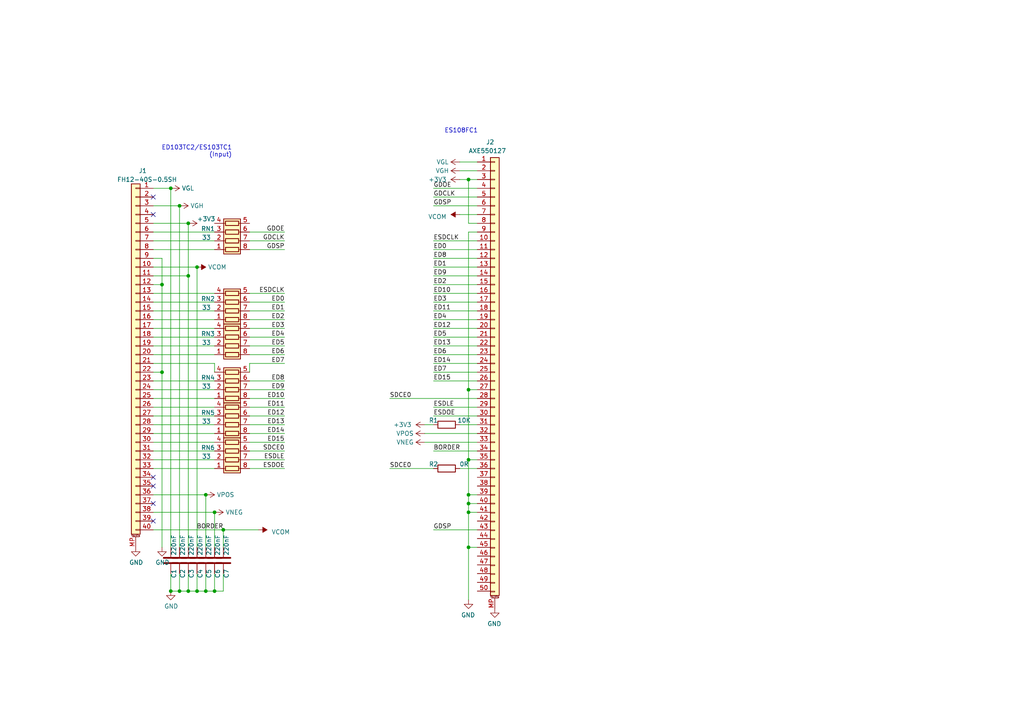
<source format=kicad_sch>
(kicad_sch (version 20231120) (generator "eeschema") (generator_version "8.0")
  (paper "A4")
  (lib_symbols
    (symbol "Connector_Generic_MountingPin:Conn_01x40_MountingPin" (pin_names (offset 1.016) hide)
      (property "Reference" "J" (at 0 50.8 0))
      (property "Value" "Conn_01x40_MountingPin" (at 1.27 -53.34 0))
      (symbol "Conn_01x40_MountingPin_1_1"
        (rectangle (start -1.27 -50.673) (end 0 -50.927) (stroke (width 0.1524)))
        (rectangle (start -1.27 -48.133) (end 0 -48.387) (stroke (width 0.1524)))
        (rectangle (start -1.27 -45.593) (end 0 -45.847) (stroke (width 0.1524)))
        (rectangle (start -1.27 -43.053) (end 0 -43.307) (stroke (width 0.1524)))
        (rectangle (start -1.27 -40.513) (end 0 -40.767) (stroke (width 0.1524)))
        (rectangle (start -1.27 -37.973) (end 0 -38.227) (stroke (width 0.1524)))
        (rectangle (start -1.27 -35.433) (end 0 -35.687) (stroke (width 0.1524)))
        (rectangle (start -1.27 -32.893) (end 0 -33.147) (stroke (width 0.1524)))
        (rectangle (start -1.27 -30.353) (end 0 -30.607) (stroke (width 0.1524)))
        (rectangle (start -1.27 -27.813) (end 0 -28.067) (stroke (width 0.1524)))
        (rectangle (start -1.27 -25.273) (end 0 -25.527) (stroke (width 0.1524)))
        (rectangle (start -1.27 -22.733) (end 0 -22.987) (stroke (width 0.1524)))
        (rectangle (start -1.27 -20.193) (end 0 -20.447) (stroke (width 0.1524)))
        (rectangle (start -1.27 -17.653) (end 0 -17.907) (stroke (width 0.1524)))
        (rectangle (start -1.27 -15.113) (end 0 -15.367) (stroke (width 0.1524)))
        (rectangle (start -1.27 -12.573) (end 0 -12.827) (stroke (width 0.1524)))
        (rectangle (start -1.27 -10.033) (end 0 -10.287) (stroke (width 0.1524)))
        (rectangle (start -1.27 -7.493) (end 0 -7.747) (stroke (width 0.1524)))
        (rectangle (start -1.27 -4.953) (end 0 -5.207) (stroke (width 0.1524)))
        (rectangle (start -1.27 -2.413) (end 0 -2.667) (stroke (width 0.1524)))
        (rectangle (start -1.27 0.127) (end 0 -0.127) (stroke (width 0.1524)))
        (rectangle (start -1.27 2.667) (end 0 2.413) (stroke (width 0.1524)))
        (rectangle (start -1.27 5.207) (end 0 4.953) (stroke (width 0.1524)))
        (rectangle (start -1.27 7.747) (end 0 7.493) (stroke (width 0.1524)))
        (rectangle (start -1.27 10.287) (end 0 10.033) (stroke (width 0.1524)))
        (rectangle (start -1.27 12.827) (end 0 12.573) (stroke (width 0.1524)))
        (rectangle (start -1.27 15.367) (end 0 15.113) (stroke (width 0.1524)))
        (rectangle (start -1.27 17.907) (end 0 17.653) (stroke (width 0.1524)))
        (rectangle (start -1.27 20.447) (end 0 20.193) (stroke (width 0.1524)))
        (rectangle (start -1.27 22.987) (end 0 22.733) (stroke (width 0.1524)))
        (rectangle (start -1.27 25.527) (end 0 25.273) (stroke (width 0.1524)))
        (rectangle (start -1.27 28.067) (end 0 27.813) (stroke (width 0.1524)))
        (rectangle (start -1.27 30.607) (end 0 30.353) (stroke (width 0.1524)))
        (rectangle (start -1.27 33.147) (end 0 32.893) (stroke (width 0.1524)))
        (rectangle (start -1.27 35.687) (end 0 35.433) (stroke (width 0.1524)))
        (rectangle (start -1.27 38.227) (end 0 37.973) (stroke (width 0.1524)))
        (rectangle (start -1.27 40.767) (end 0 40.513) (stroke (width 0.1524)))
        (rectangle (start -1.27 43.307) (end 0 43.053) (stroke (width 0.1524)))
        (rectangle (start -1.27 45.847) (end 0 45.593) (stroke (width 0.1524)))
        (rectangle (start -1.27 48.387) (end 0 48.133) (stroke (width 0.1524)))
        (rectangle (start -1.27 49.53) (end 1.27 -52.07) (stroke (width 0.254)) (fill (type background)))
        (polyline (pts (xy -1.016 -52.832) (xy 1.016 -52.832)) (stroke (width 0.1524)))
        (text "Mounting" (at 0 -52.451 0) (effects (font (size 0.381 0.381))))
        (pin passive line (at -5.08 48.26 0) (length 3.81) (name "Pin_1") (number "1"))
        (pin passive line (at -5.08 25.4 0) (length 3.81) (name "Pin_10") (number "10"))
        (pin passive line (at -5.08 22.86 0) (length 3.81) (name "Pin_11") (number "11"))
        (pin passive line (at -5.08 20.32 0) (length 3.81) (name "Pin_12") (number "12"))
        (pin passive line (at -5.08 17.78 0) (length 3.81) (name "Pin_13") (number "13"))
        (pin passive line (at -5.08 15.24 0) (length 3.81) (name "Pin_14") (number "14"))
        (pin passive line (at -5.08 12.7 0) (length 3.81) (name "Pin_15") (number "15"))
        (pin passive line (at -5.08 10.16 0) (length 3.81) (name "Pin_16") (number "16"))
        (pin passive line (at -5.08 7.62 0) (length 3.81) (name "Pin_17") (number "17"))
        (pin passive line (at -5.08 5.08 0) (length 3.81) (name "Pin_18") (number "18"))
        (pin passive line (at -5.08 2.54 0) (length 3.81) (name "Pin_19") (number "19"))
        (pin passive line (at -5.08 45.72 0) (length 3.81) (name "Pin_2") (number "2"))
        (pin passive line (at -5.08 0 0) (length 3.81) (name "Pin_20") (number "20"))
        (pin passive line (at -5.08 -2.54 0) (length 3.81) (name "Pin_21") (number "21"))
        (pin passive line (at -5.08 -5.08 0) (length 3.81) (name "Pin_22") (number "22"))
        (pin passive line (at -5.08 -7.62 0) (length 3.81) (name "Pin_23") (number "23"))
        (pin passive line (at -5.08 -10.16 0) (length 3.81) (name "Pin_24") (number "24"))
        (pin passive line (at -5.08 -12.7 0) (length 3.81) (name "Pin_25") (number "25"))
        (pin passive line (at -5.08 -15.24 0) (length 3.81) (name "Pin_26") (number "26"))
        (pin passive line (at -5.08 -17.78 0) (length 3.81) (name "Pin_27") (number "27"))
        (pin passive line (at -5.08 -20.32 0) (length 3.81) (name "Pin_28") (number "28"))
        (pin passive line (at -5.08 -22.86 0) (length 3.81) (name "Pin_29") (number "29"))
        (pin passive line (at -5.08 43.18 0) (length 3.81) (name "Pin_3") (number "3"))
        (pin passive line (at -5.08 -25.4 0) (length 3.81) (name "Pin_30") (number "30"))
        (pin passive line (at -5.08 -27.94 0) (length 3.81) (name "Pin_31") (number "31"))
        (pin passive line (at -5.08 -30.48 0) (length 3.81) (name "Pin_32") (number "32"))
        (pin passive line (at -5.08 -33.02 0) (length 3.81) (name "Pin_33") (number "33"))
        (pin passive line (at -5.08 -35.56 0) (length 3.81) (name "Pin_34") (number "34"))
        (pin passive line (at -5.08 -38.1 0) (length 3.81) (name "Pin_35") (number "35"))
        (pin passive line (at -5.08 -40.64 0) (length 3.81) (name "Pin_36") (number "36"))
        (pin passive line (at -5.08 -43.18 0) (length 3.81) (name "Pin_37") (number "37"))
        (pin passive line (at -5.08 -45.72 0) (length 3.81) (name "Pin_38") (number "38"))
        (pin passive line (at -5.08 -48.26 0) (length 3.81) (name "Pin_39") (number "39"))
        (pin passive line (at -5.08 40.64 0) (length 3.81) (name "Pin_4") (number "4"))
        (pin passive line (at -5.08 -50.8 0) (length 3.81) (name "Pin_40") (number "40"))
        (pin passive line (at -5.08 38.1 0) (length 3.81) (name "Pin_5") (number "5"))
        (pin passive line (at -5.08 35.56 0) (length 3.81) (name "Pin_6") (number "6"))
        (pin passive line (at -5.08 33.02 0) (length 3.81) (name "Pin_7") (number "7"))
        (pin passive line (at -5.08 30.48 0) (length 3.81) (name "Pin_8") (number "8"))
        (pin passive line (at -5.08 27.94 0) (length 3.81) (name "Pin_9") (number "9"))
        (pin passive line (at 0 -55.88 90) (length 3.048) (name "MountPin") (number "MP"))
      )
    )
    (symbol "Device:C" (pin_numbers hide) (pin_names (offset 0.254))
      (property "Reference" "C" (at 0.635 2.54 0))
      (property "Value" "C" (at 0.635 -2.54 0))
      (symbol "C_0_1"
        (polyline (pts (xy -2.032 -0.762) (xy 2.032 -0.762)) (stroke (width 0.508)))
        (polyline (pts (xy -2.032 0.762) (xy 2.032 0.762)) (stroke (width 0.508)))
      )
      (symbol "C_1_1"
        (pin passive line (at 0 3.81 270) (length 2.794) (name "~") (number "1"))
        (pin passive line (at 0 -3.81 90) (length 2.794) (name "~") (number "2"))
      )
    )
    (symbol "Device:R" (pin_numbers hide) (pin_names (offset 0))
      (property "Reference" "R" (at 2.032 0 90))
      (property "Value" "R" (at 0 0 90))
      (symbol "R_0_1"
        (rectangle (start -1.016 -2.54) (end 1.016 2.54) (stroke (width 0.254)))
      )
      (symbol "R_1_1"
        (pin passive line (at 0 3.81 270) (length 1.27) (name "~") (number "1"))
        (pin passive line (at 0 -3.81 90) (length 1.27) (name "~") (number "2"))
      )
    )
    (symbol "Device:R_Pack04" (pin_names (offset 0) hide)
      (property "Reference" "RN" (at -7.62 0 90))
      (property "Value" "R_Pack04" (at 5.08 0 90))
      (symbol "R_Pack04_0_1"
        (rectangle (start -6.35 -2.413) (end 3.81 2.413) (stroke (width 0.254)) (fill (type background)))
        (rectangle (start -5.715 1.905) (end -4.445 -1.905) (stroke (width 0.254)))
        (rectangle (start -3.175 1.905) (end -1.905 -1.905) (stroke (width 0.254)))
        (rectangle (start -0.635 1.905) (end 0.635 -1.905) (stroke (width 0.254)))
        (polyline (pts (xy -5.08 -2.54) (xy -5.08 -1.905)))
        (polyline (pts (xy -5.08 1.905) (xy -5.08 2.54)))
        (polyline (pts (xy -2.54 -2.54) (xy -2.54 -1.905)))
        (polyline (pts (xy -2.54 1.905) (xy -2.54 2.54)))
        (polyline (pts (xy 0 -2.54) (xy 0 -1.905)))
        (polyline (pts (xy 0 1.905) (xy 0 2.54)))
        (polyline (pts (xy 2.54 -2.54) (xy 2.54 -1.905)))
        (polyline (pts (xy 2.54 1.905) (xy 2.54 2.54)))
        (rectangle (start 1.905 1.905) (end 3.175 -1.905) (stroke (width 0.254)))
      )
      (symbol "R_Pack04_1_1"
        (pin passive line (at -5.08 -5.08 90) (length 2.54) (name "R1.1") (number "1"))
        (pin passive line (at -2.54 -5.08 90) (length 2.54) (name "R2.1") (number "2"))
        (pin passive line (at 0 -5.08 90) (length 2.54) (name "R3.1") (number "3"))
        (pin passive line (at 2.54 -5.08 90) (length 2.54) (name "R4.1") (number "4"))
        (pin passive line (at 2.54 5.08 270) (length 2.54) (name "R4.2") (number "5"))
        (pin passive line (at 0 5.08 270) (length 2.54) (name "R3.2") (number "6"))
        (pin passive line (at -2.54 5.08 270) (length 2.54) (name "R2.2") (number "7"))
        (pin passive line (at -5.08 5.08 270) (length 2.54) (name "R1.2") (number "8"))
      )
    )
    (symbol "power:+3V3" (power) (pin_names (offset 0))
      (property "Value" "+3V3" (at 0 3.556 0))
      (symbol "+3V3_0_1"
        (polyline (pts (xy -0.762 1.27) (xy 0 2.54)))
        (polyline (pts (xy 0 0) (xy 0 2.54)))
        (polyline (pts (xy 0 2.54) (xy 0.762 1.27)))
      )
      (symbol "+3V3_1_1"
        (pin power_in line (at 0 0 90) (length 0) hide (name "+3V3") (number "1"))
      )
    )
    (symbol "power:GND" (power) (pin_names (offset 0))
      (property "Value" "GND" (at 0 -3.81 0))
      (symbol "GND_0_1"
        (polyline (pts (xy 0 0) (xy 0 -1.27) (xy 1.27 -1.27) (xy 0 -2.54) (xy -1.27 -1.27) (xy 0 -1.27)))
      )
      (symbol "GND_1_1"
        (pin power_in line (at 0 0 270) (length 0) hide (name "GND") (number "1"))
      )
    )
    (symbol "power:VCOM" (power) (pin_names (offset 0))
      (property "Value" "VCOM" (at 0 3.81 0))
      (symbol "VCOM_0_1"
        (polyline (pts (xy 0 0) (xy 0 2.54)))
        (polyline (pts (xy 0.762 1.27) (xy -0.762 1.27) (xy 0 2.54) (xy 0.762 1.27)) (fill (type outline)))
      )
      (symbol "VCOM_1_1"
        (pin power_in line (at 0 0 90) (length 0) hide (name "VCOM") (number "1"))
      )
    )
    (symbol "symbols:Conn_01x50_MountingPin" (pin_names (offset 1.016) hide)
      (property "Reference" "J" (at 0 63.5 0))
      (property "Value" "Conn_01x50_MountingPin" (at 1.27 -66.04 0))
      (symbol "Conn_01x50_MountingPin_1_1"
        (rectangle (start -1.27 -63.5) (end 0 -63.754) (stroke (width 0.1524)))
        (rectangle (start -1.27 -60.96) (end 0 -61.214) (stroke (width 0.1524)))
        (rectangle (start -1.27 -58.42) (end 0 -58.674) (stroke (width 0.1524)))
        (rectangle (start -1.27 -55.88) (end 0 -56.134) (stroke (width 0.1524)))
        (rectangle (start -1.27 -53.34) (end 0 -53.594) (stroke (width 0.1524)))
        (rectangle (start -1.27 -50.8) (end 0 -51.054) (stroke (width 0.1524)))
        (rectangle (start -1.27 -48.26) (end 0 -48.514) (stroke (width 0.1524)))
        (rectangle (start -1.27 -45.72) (end 0 -45.974) (stroke (width 0.1524)))
        (rectangle (start -1.27 -43.18) (end 0 -43.434) (stroke (width 0.1524)))
        (rectangle (start -1.27 -40.64) (end 0 -40.894) (stroke (width 0.1524)))
        (rectangle (start -1.27 -37.973) (end 0 -38.227) (stroke (width 0.1524)))
        (rectangle (start -1.27 -35.433) (end 0 -35.687) (stroke (width 0.1524)))
        (rectangle (start -1.27 -32.893) (end 0 -33.147) (stroke (width 0.1524)))
        (rectangle (start -1.27 -30.353) (end 0 -30.607) (stroke (width 0.1524)))
        (rectangle (start -1.27 -27.813) (end 0 -28.067) (stroke (width 0.1524)))
        (rectangle (start -1.27 -25.273) (end 0 -25.527) (stroke (width 0.1524)))
        (rectangle (start -1.27 -22.733) (end 0 -22.987) (stroke (width 0.1524)))
        (rectangle (start -1.27 -20.193) (end 0 -20.447) (stroke (width 0.1524)))
        (rectangle (start -1.27 -17.653) (end 0 -17.907) (stroke (width 0.1524)))
        (rectangle (start -1.27 -15.113) (end 0 -15.367) (stroke (width 0.1524)))
        (rectangle (start -1.27 -12.573) (end 0 -12.827) (stroke (width 0.1524)))
        (rectangle (start -1.27 -10.033) (end 0 -10.287) (stroke (width 0.1524)))
        (rectangle (start -1.27 -7.493) (end 0 -7.747) (stroke (width 0.1524)))
        (rectangle (start -1.27 -4.953) (end 0 -5.207) (stroke (width 0.1524)))
        (rectangle (start -1.27 -2.413) (end 0 -2.667) (stroke (width 0.1524)))
        (rectangle (start -1.27 0.127) (end 0 -0.127) (stroke (width 0.1524)))
        (rectangle (start -1.27 2.667) (end 0 2.413) (stroke (width 0.1524)))
        (rectangle (start -1.27 5.207) (end 0 4.953) (stroke (width 0.1524)))
        (rectangle (start -1.27 7.747) (end 0 7.493) (stroke (width 0.1524)))
        (rectangle (start -1.27 10.287) (end 0 10.033) (stroke (width 0.1524)))
        (rectangle (start -1.27 12.827) (end 0 12.573) (stroke (width 0.1524)))
        (rectangle (start -1.27 15.367) (end 0 15.113) (stroke (width 0.1524)))
        (rectangle (start -1.27 17.907) (end 0 17.653) (stroke (width 0.1524)))
        (rectangle (start -1.27 20.447) (end 0 20.193) (stroke (width 0.1524)))
        (rectangle (start -1.27 22.987) (end 0 22.733) (stroke (width 0.1524)))
        (rectangle (start -1.27 25.527) (end 0 25.273) (stroke (width 0.1524)))
        (rectangle (start -1.27 28.067) (end 0 27.813) (stroke (width 0.1524)))
        (rectangle (start -1.27 30.607) (end 0 30.353) (stroke (width 0.1524)))
        (rectangle (start -1.27 33.147) (end 0 32.893) (stroke (width 0.1524)))
        (rectangle (start -1.27 35.687) (end 0 35.433) (stroke (width 0.1524)))
        (rectangle (start -1.27 38.227) (end 0 37.973) (stroke (width 0.1524)))
        (rectangle (start -1.27 40.767) (end 0 40.513) (stroke (width 0.1524)))
        (rectangle (start -1.27 43.307) (end 0 43.053) (stroke (width 0.1524)))
        (rectangle (start -1.27 45.847) (end 0 45.593) (stroke (width 0.1524)))
        (rectangle (start -1.27 48.387) (end 0 48.133) (stroke (width 0.1524)))
        (rectangle (start -1.27 50.927) (end 0 50.673) (stroke (width 0.1524)))
        (rectangle (start -1.27 53.467) (end 0 53.213) (stroke (width 0.1524)))
        (rectangle (start -1.27 56.007) (end 0 55.753) (stroke (width 0.1524)))
        (rectangle (start -1.27 58.547) (end 0 58.293) (stroke (width 0.1524)))
        (rectangle (start -1.27 61.087) (end 0 60.833) (stroke (width 0.1524)))
        (rectangle (start -1.27 62.23) (end 1.27 -64.77) (stroke (width 0.254)) (fill (type background)))
        (polyline (pts (xy -1.016 -65.532) (xy 1.016 -65.532)) (stroke (width 0.1524)))
        (text "Mounting" (at 0 -65.151 0) (effects (font (size 0.381 0.381))))
        (pin passive line (at -5.08 60.96 0) (length 3.81) (name "Pin_1") (number "1"))
        (pin passive line (at -5.08 38.1 0) (length 3.81) (name "Pin_10") (number "10"))
        (pin passive line (at -5.08 35.56 0) (length 3.81) (name "Pin_11") (number "11"))
        (pin passive line (at -5.08 33.02 0) (length 3.81) (name "Pin_12") (number "12"))
        (pin passive line (at -5.08 30.48 0) (length 3.81) (name "Pin_13") (number "13"))
        (pin passive line (at -5.08 27.94 0) (length 3.81) (name "Pin_14") (number "14"))
        (pin passive line (at -5.08 25.4 0) (length 3.81) (name "Pin_15") (number "15"))
        (pin passive line (at -5.08 22.86 0) (length 3.81) (name "Pin_16") (number "16"))
        (pin passive line (at -5.08 20.32 0) (length 3.81) (name "Pin_17") (number "17"))
        (pin passive line (at -5.08 17.78 0) (length 3.81) (name "Pin_18") (number "18"))
        (pin passive line (at -5.08 15.24 0) (length 3.81) (name "Pin_19") (number "19"))
        (pin passive line (at -5.08 58.42 0) (length 3.81) (name "Pin_2") (number "2"))
        (pin passive line (at -5.08 12.7 0) (length 3.81) (name "Pin_20") (number "20"))
        (pin passive line (at -5.08 10.16 0) (length 3.81) (name "Pin_21") (number "21"))
        (pin passive line (at -5.08 7.62 0) (length 3.81) (name "Pin_22") (number "22"))
        (pin passive line (at -5.08 5.08 0) (length 3.81) (name "Pin_23") (number "23"))
        (pin passive line (at -5.08 2.54 0) (length 3.81) (name "Pin_24") (number "24"))
        (pin passive line (at -5.08 0 0) (length 3.81) (name "Pin_25") (number "25"))
        (pin passive line (at -5.08 -2.54 0) (length 3.81) (name "Pin_26") (number "26"))
        (pin passive line (at -5.08 -5.08 0) (length 3.81) (name "Pin_27") (number "27"))
        (pin passive line (at -5.08 -7.62 0) (length 3.81) (name "Pin_28") (number "28"))
        (pin passive line (at -5.08 -10.16 0) (length 3.81) (name "Pin_29") (number "29"))
        (pin passive line (at -5.08 55.88 0) (length 3.81) (name "Pin_3") (number "3"))
        (pin passive line (at -5.08 -12.7 0) (length 3.81) (name "Pin_30") (number "30"))
        (pin passive line (at -5.08 -15.24 0) (length 3.81) (name "Pin_31") (number "31"))
        (pin passive line (at -5.08 -17.78 0) (length 3.81) (name "Pin_32") (number "32"))
        (pin passive line (at -5.08 -20.32 0) (length 3.81) (name "Pin_33") (number "33"))
        (pin passive line (at -5.08 -22.86 0) (length 3.81) (name "Pin_34") (number "34"))
        (pin passive line (at -5.08 -25.4 0) (length 3.81) (name "Pin_35") (number "35"))
        (pin passive line (at -5.08 -27.94 0) (length 3.81) (name "Pin_36") (number "36"))
        (pin passive line (at -5.08 -30.48 0) (length 3.81) (name "Pin_37") (number "37"))
        (pin passive line (at -5.08 -33.02 0) (length 3.81) (name "Pin_38") (number "38"))
        (pin passive line (at -5.08 -35.56 0) (length 3.81) (name "Pin_39") (number "39"))
        (pin passive line (at -5.08 53.34 0) (length 3.81) (name "Pin_4") (number "4"))
        (pin passive line (at -5.08 -38.1 0) (length 3.81) (name "Pin_40") (number "40"))
        (pin passive line (at -5.08 -40.64 0) (length 3.81) (name "Pin_41") (number "41"))
        (pin passive line (at -5.08 -43.18 0) (length 3.81) (name "Pin_42") (number "42"))
        (pin passive line (at -5.08 -45.72 0) (length 3.81) (name "Pin_43") (number "43"))
        (pin passive line (at -5.08 -48.26 0) (length 3.81) (name "Pin_44") (number "44"))
        (pin passive line (at -5.08 -50.8 0) (length 3.81) (name "Pin_45") (number "45"))
        (pin passive line (at -5.08 -53.34 0) (length 3.81) (name "Pin_46") (number "46"))
        (pin passive line (at -5.08 -55.88 0) (length 3.81) (name "Pin_47") (number "47"))
        (pin passive line (at -5.08 -58.42 0) (length 3.81) (name "Pin_48") (number "48"))
        (pin passive line (at -5.08 -60.96 0) (length 3.81) (name "Pin_49") (number "49"))
        (pin passive line (at -5.08 50.8 0) (length 3.81) (name "Pin_5") (number "5"))
        (pin passive line (at -5.08 -63.5 0) (length 3.81) (name "Pin_50") (number "50"))
        (pin passive line (at -5.08 48.26 0) (length 3.81) (name "Pin_6") (number "6"))
        (pin passive line (at -5.08 45.72 0) (length 3.81) (name "Pin_7") (number "7"))
        (pin passive line (at -5.08 43.18 0) (length 3.81) (name "Pin_8") (number "8"))
        (pin passive line (at -5.08 40.64 0) (length 3.81) (name "Pin_9") (number "9"))
        (pin passive line (at 0 -68.58 90) (length 3.048) (name "MountPin") (number "MP"))
      )
    )
    (symbol "symbols:VGH" (power) (pin_names (offset 0))
      (property "Value" "VGH" (at 0 3.556 0))
      (symbol "VGH_0_1"
        (polyline (pts (xy -0.762 1.27) (xy 0 2.54)))
        (polyline (pts (xy 0 0) (xy 0 2.54)))
        (polyline (pts (xy 0 2.54) (xy 0.762 1.27)))
      )
      (symbol "VGH_1_1"
        (pin power_in line (at 0 0 90) (length 0) hide (name "VGH") (number "1"))
      )
    )
    (symbol "symbols:VGL" (power) (pin_names (offset 0))
      (property "Value" "VGL" (at 0 3.556 0))
      (symbol "VGL_0_1"
        (polyline (pts (xy -0.762 1.27) (xy 0 2.54)))
        (polyline (pts (xy 0 0) (xy 0 2.54)))
        (polyline (pts (xy 0 2.54) (xy 0.762 1.27)))
      )
      (symbol "VGL_1_1"
        (pin power_in line (at 0 0 90) (length 0) hide (name "VGL") (number "1"))
      )
    )
    (symbol "symbols:VNEG" (power) (pin_names (offset 0))
      (property "Value" "VNEG" (at 0 3.556 0))
      (symbol "VNEG_0_1"
        (polyline (pts (xy -0.762 1.27) (xy 0 2.54)))
        (polyline (pts (xy 0 0) (xy 0 2.54)))
        (polyline (pts (xy 0 2.54) (xy 0.762 1.27)))
      )
      (symbol "VNEG_1_1"
        (pin power_in line (at 0 0 90) (length 0) hide (name "VNEG") (number "1"))
      )
    )
    (symbol "symbols:VPOS" (power) (pin_names (offset 0))
      (property "Value" "VPOS" (at 0 3.556 0))
      (symbol "VPOS_0_1"
        (polyline (pts (xy -0.762 1.27) (xy 0 2.54)))
        (polyline (pts (xy 0 0) (xy 0 2.54)))
        (polyline (pts (xy 0 2.54) (xy 0.762 1.27)))
      )
      (symbol "VPOS_1_1"
        (pin power_in line (at 0 0 90) (length 0) hide (name "VPOS") (number "1"))
      )
    )
  )
  (junction (at 57.15 77.47))
  (junction (at 54.61 80.01) (diameter 0.9144))
  (junction (at 62.23 148.59) (diameter 0.9144))
  (junction (at 135.89 143.51))
  (junction (at 135.89 113.03))
  (junction (at 135.89 52.07))
  (junction (at 52.07 59.69) (diameter 0.9144))
  (junction (at 135.89 148.59))
  (junction (at 46.99 82.55) (diameter 0.9144))
  (junction (at 135.89 133.35))
  (junction (at 62.23 171.45) (diameter 0.9144))
  (junction (at 49.53 171.45) (diameter 0.9144))
  (junction (at 49.53 54.61) (diameter 0.9144))
  (junction (at 52.07 171.45) (diameter 0.9144))
  (junction (at 46.99 107.95) (diameter 0.9144))
  (junction (at 135.89 146.05))
  (junction (at 59.69 143.51) (diameter 0.9144))
  (junction (at 59.69 171.45) (diameter 0.9144))
  (junction (at 135.89 158.75))
  (junction (at 64.77 153.67) (diameter 0.9144))
  (junction (at 54.61 171.45) (diameter 0.9144))
  (junction (at 54.61 64.77))
  (junction (at 57.15 171.45) (diameter 0.9144))
  (no_connect (at 44.45 138.43))
  (no_connect (at 44.45 146.05))
  (no_connect (at 44.45 57.15))
  (no_connect (at 44.45 140.97))
  (no_connect (at 44.45 151.13))
  (no_connect (at 44.45 62.23))
  (wire (pts (xy 138.43 148.59) (xy 135.89 148.59)))
  (wire (pts (xy 72.39 102.87) (xy 82.55 102.87)))
  (wire (pts (xy 62.23 148.59) (xy 44.45 148.59)))
  (wire (pts (xy 62.23 123.19) (xy 44.45 123.19)))
  (wire (pts (xy 72.39 135.89) (xy 82.55 135.89)))
  (wire (pts (xy 72.39 123.19) (xy 82.55 123.19)))
  (wire (pts (xy 133.35 52.07) (xy 135.89 52.07)))
  (wire (pts (xy 125.73 74.93) (xy 138.43 74.93)))
  (wire (pts (xy 54.61 171.45) (xy 52.07 171.45)))
  (wire (pts (xy 54.61 64.77) (xy 54.61 80.01)))
  (wire (pts (xy 72.39 128.27) (xy 82.55 128.27)))
  (wire (pts (xy 72.39 87.63) (xy 82.55 87.63)))
  (wire (pts (xy 62.23 120.65) (xy 44.45 120.65)))
  (wire (pts (xy 72.39 118.11) (xy 82.55 118.11)))
  (wire (pts (xy 64.77 153.67) (xy 44.45 153.67)))
  (wire (pts (xy 135.89 67.31) (xy 135.89 113.03)))
  (wire (pts (xy 62.23 125.73) (xy 44.45 125.73)))
  (wire (pts (xy 135.89 146.05) (xy 138.43 146.05)))
  (wire (pts (xy 135.89 52.07) (xy 138.43 52.07)))
  (wire (pts (xy 125.73 107.95) (xy 138.43 107.95)))
  (wire (pts (xy 72.39 120.65) (xy 82.55 120.65)))
  (wire (pts (xy 72.39 115.57) (xy 82.55 115.57)))
  (wire (pts (xy 135.89 133.35) (xy 135.89 143.51)))
  (wire (pts (xy 125.73 54.61) (xy 138.43 54.61)))
  (wire (pts (xy 57.15 171.45) (xy 54.61 171.45)))
  (wire (pts (xy 62.23 110.49) (xy 44.45 110.49)))
  (wire (pts (xy 138.43 64.77) (xy 135.89 64.77)))
  (wire (pts (xy 135.89 143.51) (xy 138.43 143.51)))
  (wire (pts (xy 135.89 64.77) (xy 135.89 52.07)))
  (wire (pts (xy 135.89 113.03) (xy 135.89 133.35)))
  (wire (pts (xy 49.53 54.61) (xy 49.53 158.75)))
  (wire (pts (xy 125.73 90.17) (xy 138.43 90.17)))
  (wire (pts (xy 133.35 46.99) (xy 138.43 46.99)))
  (wire (pts (xy 62.23 100.33) (xy 44.45 100.33)))
  (wire (pts (xy 135.89 133.35) (xy 138.43 133.35)))
  (wire (pts (xy 62.23 102.87) (xy 44.45 102.87)))
  (wire (pts (xy 125.73 100.33) (xy 138.43 100.33)))
  (wire (pts (xy 49.53 166.37) (xy 49.53 171.45)))
  (wire (pts (xy 72.39 105.41) (xy 82.55 105.41)))
  (wire (pts (xy 62.23 105.41) (xy 62.23 107.95)))
  (wire (pts (xy 133.35 123.19) (xy 138.43 123.19)))
  (wire (pts (xy 62.23 166.37) (xy 62.23 171.45)))
  (wire (pts (xy 49.53 54.61) (xy 44.45 54.61)))
  (wire (pts (xy 125.73 118.11) (xy 138.43 118.11)))
  (wire (pts (xy 62.23 115.57) (xy 44.45 115.57)))
  (wire (pts (xy 62.23 130.81) (xy 44.45 130.81)))
  (wire (pts (xy 72.39 105.41) (xy 72.39 107.95)))
  (wire (pts (xy 62.23 95.25) (xy 44.45 95.25)))
  (wire (pts (xy 46.99 82.55) (xy 44.45 82.55)))
  (wire (pts (xy 57.15 77.47) (xy 57.15 158.75)))
  (wire (pts (xy 133.35 62.23) (xy 138.43 62.23)))
  (wire (pts (xy 125.73 85.09) (xy 138.43 85.09)))
  (wire (pts (xy 62.23 69.85) (xy 44.45 69.85)))
  (wire (pts (xy 59.69 143.51) (xy 44.45 143.51)))
  (wire (pts (xy 125.73 72.39) (xy 138.43 72.39)))
  (wire (pts (xy 135.89 148.59) (xy 135.89 158.75)))
  (wire (pts (xy 113.03 115.57) (xy 138.43 115.57)))
  (wire (pts (xy 52.07 59.69) (xy 52.07 158.75)))
  (wire (pts (xy 133.35 49.53) (xy 138.43 49.53)))
  (wire (pts (xy 46.99 74.93) (xy 46.99 82.55)))
  (wire (pts (xy 135.89 146.05) (xy 135.89 148.59)))
  (wire (pts (xy 44.45 74.93) (xy 46.99 74.93)))
  (wire (pts (xy 59.69 171.45) (xy 57.15 171.45)))
  (wire (pts (xy 62.23 87.63) (xy 44.45 87.63)))
  (wire (pts (xy 113.03 135.89) (xy 125.73 135.89)))
  (wire (pts (xy 123.19 128.27) (xy 138.43 128.27)))
  (wire (pts (xy 62.23 128.27) (xy 44.45 128.27)))
  (wire (pts (xy 72.39 133.35) (xy 82.55 133.35)))
  (wire (pts (xy 135.89 113.03) (xy 138.43 113.03)))
  (wire (pts (xy 138.43 67.31) (xy 135.89 67.31)))
  (wire (pts (xy 62.23 148.59) (xy 62.23 158.75)))
  (wire (pts (xy 64.77 166.37) (xy 64.77 171.45)))
  (wire (pts (xy 125.73 95.25) (xy 138.43 95.25)))
  (wire (pts (xy 72.39 72.39) (xy 82.55 72.39)))
  (wire (pts (xy 72.39 69.85) (xy 82.55 69.85)))
  (wire (pts (xy 62.23 85.09) (xy 44.45 85.09)))
  (wire (pts (xy 62.23 113.03) (xy 44.45 113.03)))
  (wire (pts (xy 59.69 166.37) (xy 59.69 171.45)))
  (wire (pts (xy 125.73 92.71) (xy 138.43 92.71)))
  (wire (pts (xy 52.07 171.45) (xy 49.53 171.45)))
  (wire (pts (xy 64.77 153.67) (xy 64.77 158.75)))
  (wire (pts (xy 62.23 105.41) (xy 44.45 105.41)))
  (wire (pts (xy 57.15 77.47) (xy 44.45 77.47)))
  (wire (pts (xy 123.19 123.19) (xy 125.73 123.19)))
  (wire (pts (xy 62.23 72.39) (xy 44.45 72.39)))
  (wire (pts (xy 62.23 90.17) (xy 44.45 90.17)))
  (wire (pts (xy 72.39 90.17) (xy 82.55 90.17)))
  (wire (pts (xy 64.77 171.45) (xy 62.23 171.45)))
  (wire (pts (xy 123.19 125.73) (xy 138.43 125.73)))
  (wire (pts (xy 52.07 166.37) (xy 52.07 171.45)))
  (wire (pts (xy 54.61 80.01) (xy 44.45 80.01)))
  (wire (pts (xy 62.23 97.79) (xy 44.45 97.79)))
  (wire (pts (xy 125.73 97.79) (xy 138.43 97.79)))
  (wire (pts (xy 52.07 59.69) (xy 44.45 59.69)))
  (wire (pts (xy 72.39 95.25) (xy 82.55 95.25)))
  (wire (pts (xy 125.73 80.01) (xy 138.43 80.01)))
  (wire (pts (xy 133.35 135.89) (xy 138.43 135.89)))
  (wire (pts (xy 125.73 105.41) (xy 138.43 105.41)))
  (wire (pts (xy 135.89 143.51) (xy 135.89 146.05)))
  (wire (pts (xy 125.73 120.65) (xy 138.43 120.65)))
  (wire (pts (xy 72.39 67.31) (xy 82.55 67.31)))
  (wire (pts (xy 72.39 85.09) (xy 82.55 85.09)))
  (wire (pts (xy 62.23 67.31) (xy 44.45 67.31)))
  (wire (pts (xy 125.73 69.85) (xy 138.43 69.85)))
  (wire (pts (xy 125.73 87.63) (xy 138.43 87.63)))
  (wire (pts (xy 62.23 92.71) (xy 44.45 92.71)))
  (wire (pts (xy 125.73 153.67) (xy 138.43 153.67)))
  (wire (pts (xy 54.61 80.01) (xy 54.61 158.75)))
  (wire (pts (xy 72.39 113.03) (xy 82.55 113.03)))
  (wire (pts (xy 54.61 166.37) (xy 54.61 171.45)))
  (wire (pts (xy 54.61 64.77) (xy 44.45 64.77)))
  (wire (pts (xy 72.39 130.81) (xy 82.55 130.81)))
  (wire (pts (xy 46.99 82.55) (xy 46.99 107.95)))
  (wire (pts (xy 72.39 125.73) (xy 82.55 125.73)))
  (wire (pts (xy 46.99 107.95) (xy 46.99 158.75)))
  (wire (pts (xy 72.39 100.33) (xy 82.55 100.33)))
  (wire (pts (xy 125.73 59.69) (xy 138.43 59.69)))
  (wire (pts (xy 72.39 97.79) (xy 82.55 97.79)))
  (wire (pts (xy 72.39 92.71) (xy 82.55 92.71)))
  (wire (pts (xy 62.23 171.45) (xy 59.69 171.45)))
  (wire (pts (xy 125.73 77.47) (xy 138.43 77.47)))
  (wire (pts (xy 46.99 107.95) (xy 44.45 107.95)))
  (wire (pts (xy 59.69 143.51) (xy 59.69 158.75)))
  (wire (pts (xy 125.73 82.55) (xy 138.43 82.55)))
  (wire (pts (xy 125.73 110.49) (xy 138.43 110.49)))
  (wire (pts (xy 62.23 133.35) (xy 44.45 133.35)))
  (wire (pts (xy 62.23 135.89) (xy 44.45 135.89)))
  (wire (pts (xy 125.73 57.15) (xy 138.43 57.15)))
  (wire (pts (xy 74.93 153.67) (xy 64.77 153.67)))
  (wire (pts (xy 72.39 110.49) (xy 82.55 110.49)))
  (wire (pts (xy 135.89 158.75) (xy 135.89 173.99)))
  (wire (pts (xy 57.15 166.37) (xy 57.15 171.45)))
  (wire (pts (xy 135.89 158.75) (xy 138.43 158.75)))
  (wire (pts (xy 125.73 102.87) (xy 138.43 102.87)))
  (wire (pts (xy 62.23 118.11) (xy 44.45 118.11)))
  (wire (pts (xy 125.73 130.81) (xy 138.43 130.81)))
  (text "ES108FC1" (at 128.905 38.735 0) (effects (font (size 1.27 1.27)) (justify left bottom)))
  (text "ED103TC2/ES103TC1\n(Input)" (at 67.31 45.72 0) (effects (font (size 1.27 1.27)) (justify right bottom)))
  (label "ED7" (at 125.73 107.95 0))
  (label "ED10" (at 82.55 115.57 180))
  (label "ESDOE" (at 82.55 135.89 180))
  (label "SDCE0" (at 113.03 115.57 0))
  (label "ED15" (at 82.55 128.27 180))
  (label "ED5" (at 125.73 97.79 0))
  (label "GDCLK" (at 125.73 57.15 0))
  (label "ED12" (at 82.55 120.65 180))
  (label "ED1" (at 125.73 77.47 0))
  (label "ESDCLK" (at 82.55 85.09 180))
  (label "ED2" (at 82.55 92.71 180))
  (label "GDOE" (at 82.55 67.31 180))
  (label "SDCE0" (at 113.03 135.89 0))
  (label "ESDOE" (at 125.73 120.65 0))
  (label "ED4" (at 125.73 92.71 0))
  (label "ED11" (at 82.55 118.11 180))
  (label "ED13" (at 82.55 123.19 180))
  (label "ED14" (at 125.73 105.41 0))
  (label "BORDER" (at 125.73 130.81 0))
  (label "GDSP" (at 125.73 153.67 0))
  (label "ED3" (at 82.55 95.25 180))
  (label "ED3" (at 125.73 87.63 0))
  (label "ED4" (at 82.55 97.79 180))
  (label "GDOE" (at 125.73 54.61 0))
  (label "GDSP" (at 82.55 72.39 180))
  (label "ED12" (at 125.73 95.25 0))
  (label "ED9" (at 82.55 113.03 180))
  (label "ESDLE" (at 82.55 133.35 180))
  (label "ED15" (at 125.73 110.49 0))
  (label "ED1" (at 82.55 90.17 180))
  (label "ED6" (at 125.73 102.87 0))
  (label "ED8" (at 125.73 74.93 0))
  (label "ESDCLK" (at 125.73 69.85 0))
  (label "ED14" (at 82.55 125.73 180))
  (label "SDCE0" (at 82.55 130.81 180))
  (label "GDCLK" (at 82.55 69.85 180))
  (label "ED5" (at 82.55 100.33 180))
  (label "ED0" (at 125.73 72.39 0))
  (label "BORDER" (at 64.77 153.67 180))
  (label "ED11" (at 125.73 90.17 0))
  (label "ED6" (at 82.55 102.87 180))
  (label "ESDLE" (at 125.73 118.11 0))
  (label "ED10" (at 125.73 85.09 0))
  (label "ED0" (at 82.55 87.63 180))
  (label "ED9" (at 125.73 80.01 0))
  (label "ED2" (at 125.73 82.55 0))
  (label "ED8" (at 82.55 110.49 180))
  (label "GDSP" (at 125.73 59.69 0))
  (label "ED7" (at 82.55 105.41 180))
  (label "ED13" (at 125.73 100.33 0))
  (symbol (lib_id "Device:R") (at 129.54 123.19 90) (unit 1)
    (property "Reference" "R1" (at 125.73 121.92 90))
    (property "Value" "10K" (at 134.62 121.92 90))
    (property "Footprint" "Resistor_SMD:R_0402_1005Metric" (effects (hide yes)))
    (property "LCSC" "C105870" (effects (hide yes)))
    (property "Ref.Price" "0.0006" (effects (hide yes)))
  )
  (symbol (lib_id "Device:R_Pack04") (at 67.31 130.81 270) (mirror x) (unit 1)
    (property "Reference" "RN6" (at 58.3184 129.8448 90) (effects (justify left)))
    (property "Value" "33" (at 58.547 132.3848 90) (effects (justify left)))
    (property "Footprint" "Resistor_SMD:R_Array_Convex_4x0402" (effects (hide yes)))
  )
  (symbol (lib_id "Device:C") (at 62.23 162.56 0) (mirror y) (unit 1)
    (property "Reference" "C6" (at 63.119 167.7416 90) (effects (justify left)))
    (property "Value" "220nF" (at 63.119 161.163 90) (effects (justify left)))
    (property "Footprint" "Capacitor_SMD:C_0402_1005Metric" (effects (hide yes)))
  )
  (symbol (lib_id "symbols:VPOS") (at 123.19 125.73 90) (unit 1)
    (property "Reference" "#PWR012" (effects (hide yes)))
    (property "Value" "VPOS" (at 120.015 125.7299 90) (effects (justify left)))
  )
  (symbol (lib_id "symbols:VGL") (at 133.35 46.99 90) (unit 1)
    (property "Reference" "#PWR014" (effects (hide yes)))
    (property "Value" "VGL" (at 130.175 46.9899 90) (effects (justify left)))
  )
  (symbol (lib_id "Device:C") (at 64.77 162.56 0) (mirror y) (unit 1)
    (property "Reference" "C7" (at 65.659 167.7416 90) (effects (justify left)))
    (property "Value" "220nF" (at 65.659 161.163 90) (effects (justify left)))
    (property "Footprint" "Capacitor_SMD:C_0402_1005Metric" (effects (hide yes)))
  )
  (symbol (lib_id "power:+3V3") (at 133.35 52.07 90) (unit 1)
    (property "Reference" "#PWR016" (effects (hide yes)))
    (property "Value" "+3V3" (at 129.54 52.0699 90) (effects (justify left)))
  )
  (symbol (lib_id "Device:C") (at 59.69 162.56 0) (mirror y) (unit 1)
    (property "Reference" "C5" (at 60.579 167.7416 90) (effects (justify left)))
    (property "Value" "220nF" (at 60.579 161.163 90) (effects (justify left)))
    (property "Footprint" "Capacitor_SMD:C_0402_1005Metric" (effects (hide yes)))
  )
  (symbol (lib_id "power:GND") (at 143.51 176.53 0) (mirror y) (unit 1)
    (property "Reference" "#PWR019" (effects (hide yes)))
    (property "Value" "GND" (at 143.383 180.9242 0))
  )
  (symbol (lib_id "power:GND") (at 49.53 171.45 0) (unit 1)
    (property "Reference" "#PWR04" (effects (hide yes)))
    (property "Value" "GND" (at 49.657 175.8442 0))
  )
  (symbol (lib_id "power:+3V3") (at 54.61 64.77 270) (unit 1)
    (property "Reference" "#PWR?" (effects (hide yes)))
    (property "Value" "+3V3" (at 57.15 63.5 90) (effects (justify left)))
  )
  (symbol (lib_id "Device:R_Pack04") (at 67.31 97.79 270) (mirror x) (unit 1)
    (property "Reference" "RN3" (at 58.3184 96.8248 90) (effects (justify left)))
    (property "Value" "33" (at 58.547 99.3648 90) (effects (justify left)))
    (property "Footprint" "Resistor_SMD:R_Array_Convex_4x0402" (effects (hide yes)))
  )
  (symbol (lib_id "Device:C") (at 54.61 162.56 0) (mirror y) (unit 1)
    (property "Reference" "C3" (at 55.499 167.7416 90) (effects (justify left)))
    (property "Value" "220nF" (at 55.499 161.163 90) (effects (justify left)))
    (property "Footprint" "Capacitor_SMD:C_0402_1005Metric" (effects (hide yes)))
  )
  (symbol (lib_id "symbols:Conn_01x50_MountingPin") (at 143.51 107.95 0) (unit 1)
    (property "Reference" "J2" (at 140.97 41.2114 0) (effects (justify left)))
    (property "Value" "AXE550127" (at 135.89 43.7514 0) (effects (justify left)))
    (property "Footprint" "footprints:AXE550127" (effects (hide yes)))
    (property "LCSC" "-" (effects (hide yes)))
    (property "Ref.Price" "0" (effects (hide yes)))
  )
  (symbol (lib_id "Device:C") (at 49.53 162.56 0) (mirror y) (unit 1)
    (property "Reference" "C1" (at 50.419 167.7416 90) (effects (justify left)))
    (property "Value" "220nF" (at 50.419 161.163 90) (effects (justify left)))
    (property "Footprint" "Capacitor_SMD:C_0402_1005Metric" (effects (hide yes)))
  )
  (symbol (lib_id "symbols:VGL") (at 49.53 54.61 270) (mirror x) (unit 1)
    (property "Reference" "#PWR03" (effects (hide yes)))
    (property "Value" "VGL" (at 52.705 54.6099 90) (effects (justify left)))
  )
  (symbol (lib_id "symbols:VGH") (at 52.07 59.69 270) (mirror x) (unit 1)
    (property "Reference" "#PWR05" (effects (hide yes)))
    (property "Value" "VGH" (at 57.15 59.69 90))
  )
  (symbol (lib_id "symbols:VNEG") (at 62.23 148.59 270) (mirror x) (unit 1)
    (property "Reference" "#PWR09" (effects (hide yes)))
    (property "Value" "VNEG" (at 67.945 148.59 90))
  )
  (symbol (lib_id "power:GND") (at 135.89 173.99 0) (mirror y) (unit 1)
    (property "Reference" "#PWR018" (effects (hide yes)))
    (property "Value" "GND" (at 135.763 178.3842 0))
  )
  (symbol (lib_id "power:VCOM") (at 74.93 153.67 270) (mirror x) (unit 1)
    (property "Reference" "#PWR010" (effects (hide yes)))
    (property "Value" "VCOM" (at 78.74 154.3049 90) (effects (justify left)))
  )
  (symbol (lib_id "symbols:VGH") (at 133.35 49.53 90) (unit 1)
    (property "Reference" "#PWR015" (effects (hide yes)))
    (property "Value" "VGH" (at 128.27 49.53 90))
  )
  (symbol (lib_id "Device:R_Pack04") (at 67.31 67.31 270) (mirror x) (unit 1)
    (property "Reference" "RN1" (at 58.3184 66.3448 90) (effects (justify left)))
    (property "Value" "33" (at 58.547 68.8848 90) (effects (justify left)))
    (property "Footprint" "Resistor_SMD:R_Array_Convex_4x0402" (effects (hide yes)))
  )
  (symbol (lib_id "Device:R_Pack04") (at 67.31 110.49 270) (mirror x) (unit 1)
    (property "Reference" "RN4" (at 58.3184 109.5248 90) (effects (justify left)))
    (property "Value" "33" (at 58.547 112.0648 90) (effects (justify left)))
    (property "Footprint" "Resistor_SMD:R_Array_Convex_4x0402" (effects (hide yes)))
  )
  (symbol (lib_id "Device:R_Pack04") (at 67.31 120.65 270) (mirror x) (unit 1)
    (property "Reference" "RN5" (at 58.3184 119.6848 90) (effects (justify left)))
    (property "Value" "33" (at 58.547 122.2248 90) (effects (justify left)))
    (property "Footprint" "Resistor_SMD:R_Array_Convex_4x0402" (effects (hide yes)))
  )
  (symbol (lib_id "symbols:VNEG") (at 123.19 128.27 90) (unit 1)
    (property "Reference" "#PWR013" (effects (hide yes)))
    (property "Value" "VNEG" (at 117.475 128.27 90))
  )
  (symbol (lib_id "Device:R_Pack04") (at 67.31 87.63 270) (mirror x) (unit 1)
    (property "Reference" "RN2" (at 58.3184 86.6648 90) (effects (justify left)))
    (property "Value" "33" (at 58.547 89.2048 90) (effects (justify left)))
    (property "Footprint" "Resistor_SMD:R_Array_Convex_4x0402" (effects (hide yes)))
  )
  (symbol (lib_id "power:VCOM") (at 133.35 62.23 90) (unit 1)
    (property "Reference" "#PWR017" (effects (hide yes)))
    (property "Value" "VCOM" (at 129.54 62.8649 90) (effects (justify left)))
  )
  (symbol (lib_id "symbols:VPOS") (at 59.69 143.51 270) (mirror x) (unit 1)
    (property "Reference" "#PWR08" (effects (hide yes)))
    (property "Value" "VPOS" (at 62.865 143.5099 90) (effects (justify left)))
  )
  (symbol (lib_id "power:GND") (at 39.37 158.75 0) (unit 1)
    (property "Reference" "#PWR01" (effects (hide yes)))
    (property "Value" "GND" (at 39.497 163.1442 0))
  )
  (symbol (lib_id "power:GND") (at 46.99 158.75 0) (unit 1)
    (property "Reference" "#PWR02" (effects (hide yes)))
    (property "Value" "GND" (at 47.117 163.1442 0))
  )
  (symbol (lib_id "Device:C") (at 57.15 162.56 0) (mirror y) (unit 1)
    (property "Reference" "C4" (at 58.039 167.7416 90) (effects (justify left)))
    (property "Value" "220nF" (at 58.039 161.163 90) (effects (justify left)))
    (property "Footprint" "Capacitor_SMD:C_0402_1005Metric" (effects (hide yes)))
  )
  (symbol (lib_id "power:VCOM") (at 57.15 77.47 270) (mirror x) (unit 1)
    (property "Reference" "#PWR07" (effects (hide yes)))
    (property "Value" "VCOM" (at 60.325 77.4699 90) (effects (justify left)))
  )
  (symbol (lib_id "Connector_Generic_MountingPin:Conn_01x40_MountingPin") (at 39.37 102.87 0) (mirror y) (unit 1)
    (property "Reference" "J1" (at 41.402 49.53 0))
    (property "Value" "FH12-40S-0.5SH" (at 42.672 52.07 0))
    (property "Footprint" "footprints:Hirose_FH12-40S-0.5SH_1x40-1MP_P0.50mm_Horizontal_Reversed" (effects (hide yes)))
  )
  (symbol (lib_id "power:+3V3") (at 123.19 123.19 90) (unit 1)
    (property "Reference" "#PWR011" (effects (hide yes)))
    (property "Value" "+3V3" (at 119.38 123.1899 90) (effects (justify left)))
  )
  (symbol (lib_id "Device:C") (at 52.07 162.56 0) (mirror y) (unit 1)
    (property "Reference" "C2" (at 52.959 167.7416 90) (effects (justify left)))
    (property "Value" "220nF" (at 52.959 161.163 90) (effects (justify left)))
    (property "Footprint" "Capacitor_SMD:C_0402_1005Metric" (effects (hide yes)))
  )
  (symbol (lib_id "Device:R") (at 129.54 135.89 90) (unit 1)
    (property "Reference" "R2" (at 125.73 134.62 90))
    (property "Value" "0R" (at 134.62 134.62 90))
    (property "Footprint" "Resistor_SMD:R_0402_1005Metric" (effects (hide yes)))
    (property "LCSC" "C60485" (effects (hide yes)))
    (property "Ref.Price" "0.008" (effects (hide yes)))
  )
)
</source>
